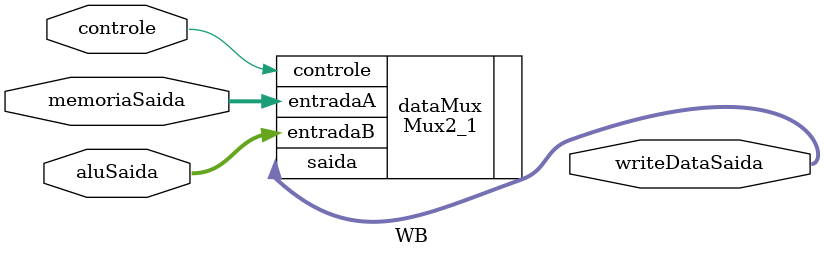
<source format=v>
module WB(
	input [31:0] memoriaSaida,aluSaida,
	input  controle,
	output wire[31:0] writeDataSaida // usa wire pq ele ja seta saida ... verificar mux <= ou =
);

Mux2_1 dataMux(
  .entradaA(memoriaSaida),
  .entradaB(aluSaida),
  .controle(controle),
  .saida(writeDataSaida));




endmodule

</source>
